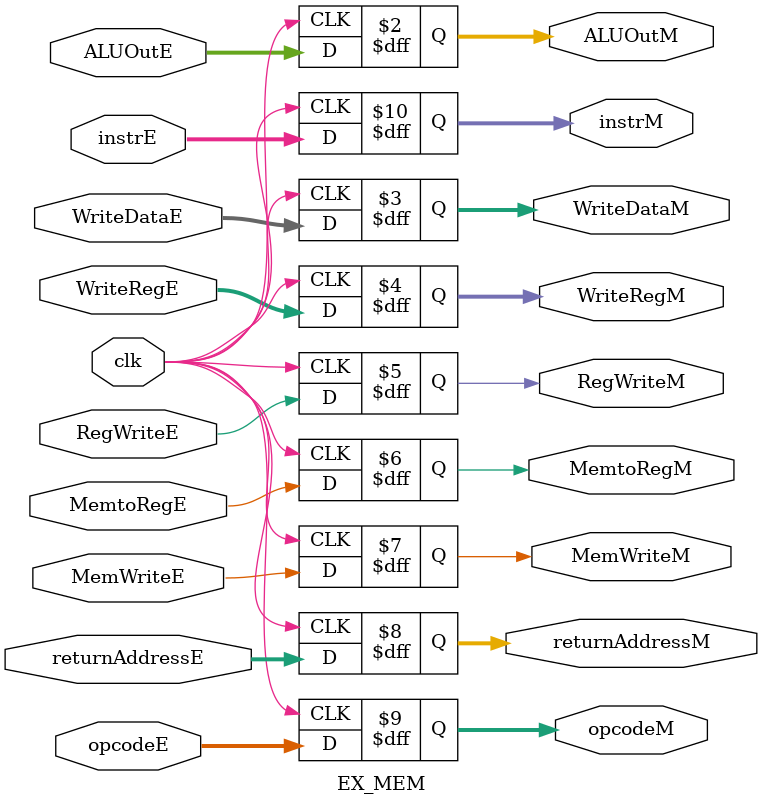
<source format=v>
module EX_MEM(
    //input
      input[31:0] ALUOutE
    , input[31:0] WriteDataE
    , input[4:0] WriteRegE
    , input RegWriteE
    , input MemtoRegE
    , input MemWriteE
    , input clk
    , input[31:0] returnAddressE
    , input[5:0] opcodeE
    , input[31:0] instrE
    , output reg[31:0] ALUOutM
    , output reg[31:0] WriteDataM
    , output reg[4:0] WriteRegM
    , output reg RegWriteM
    , output reg MemtoRegM
    , output reg MemWriteM
    , output reg[31:0] returnAddressM
    , output reg[5:0] opcodeM
    , output reg[31:0] instrM
);

always @(posedge clk) begin
    ALUOutM <= ALUOutE;
    WriteDataM <= WriteDataE;
    WriteRegM <= WriteRegE;
    RegWriteM <= RegWriteE;
    MemtoRegM <= MemtoRegE;
    MemWriteM <= MemWriteE;
    returnAddressM <= returnAddressE;
    opcodeM <= opcodeE;
    instrM <= instrE;
end


endmodule
</source>
